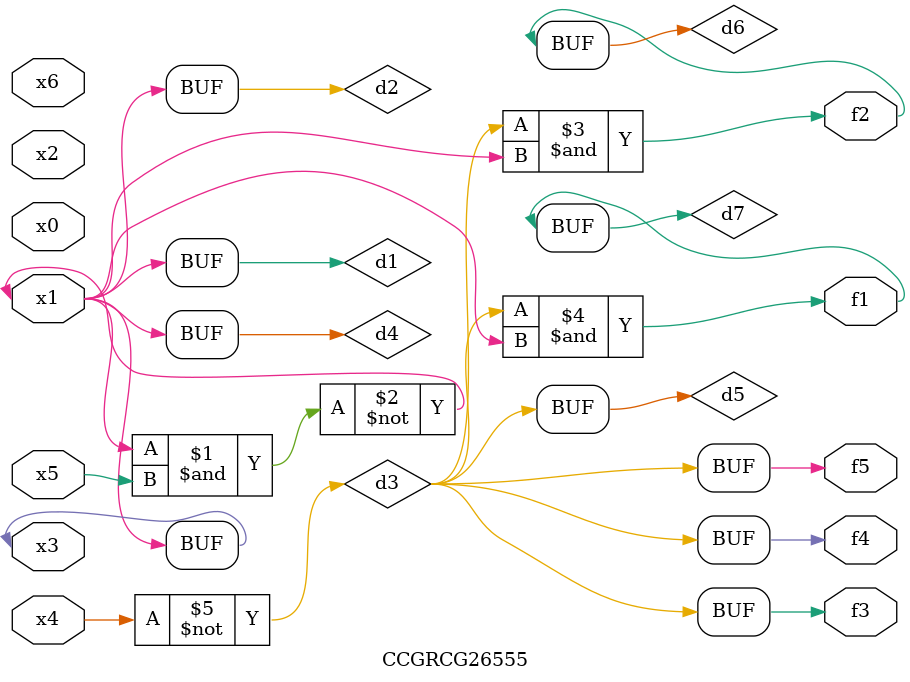
<source format=v>
module CCGRCG26555(
	input x0, x1, x2, x3, x4, x5, x6,
	output f1, f2, f3, f4, f5
);

	wire d1, d2, d3, d4, d5, d6, d7;

	buf (d1, x1, x3);
	nand (d2, x1, x5);
	not (d3, x4);
	buf (d4, d1, d2);
	buf (d5, d3);
	and (d6, d3, d4);
	and (d7, d3, d4);
	assign f1 = d7;
	assign f2 = d6;
	assign f3 = d5;
	assign f4 = d5;
	assign f5 = d5;
endmodule

</source>
